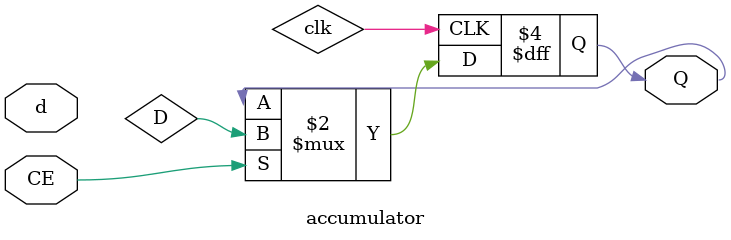
<source format=sv>

module accumulator(
    input logic d,
    input logic CE,
    output logic Q
);

always_ff @(posedge clk)
    if (CE)
        Q <= D;

endmodule

</source>
